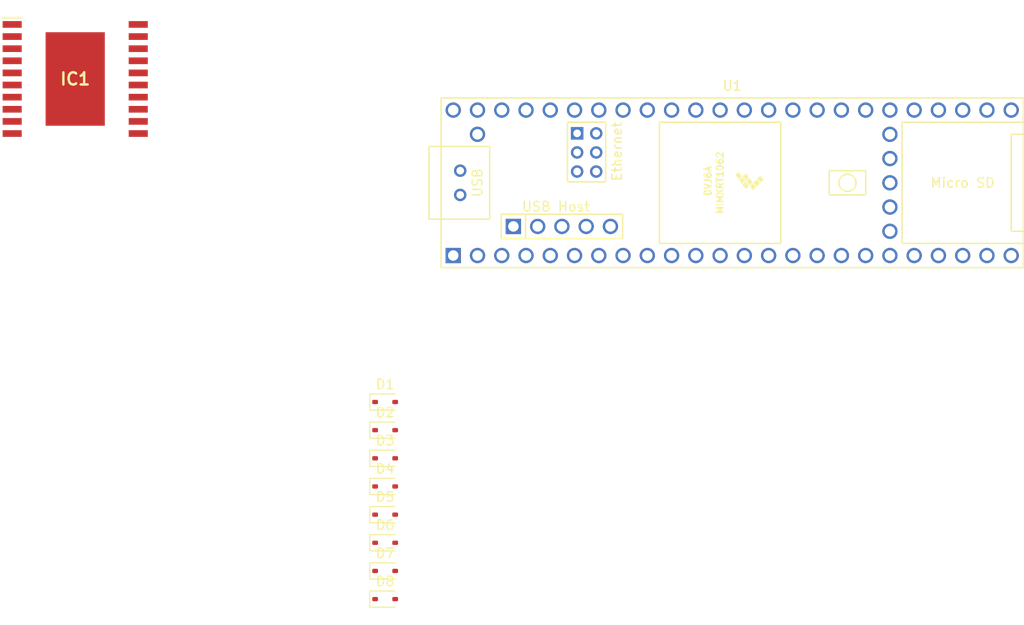
<source format=kicad_pcb>
(kicad_pcb (version 20221018) (generator pcbnew)
  (layers (0 "F.Cu" signal) (31 "B.Cu" signal) (34 "B.Paste" user) (35 "F.Paste" user) (36 "B.SilkS" user "B.Silkscreen") (37 "F.SilkS" user "F.Silkscreen") (38 "B.Mask" user) (39 "F.Mask" user) (44 "Edge.Cuts" user))
  (net 0 "")
  (net 1 "OUT 1")
  (net 2 "GND")
  (net 3 "OUT 2")
  (net 4 "OUT 3")
  (net 5 "OUT 4")
  (net 6 "Net-(D5-K)")
  (net 7 "Net-(D7-K)")
  (net 11 "Pin 1")
  (net 13 "Pin 2")
  (net 15 "Pin 3")
  (net 17 "Pin 4")
  (net 54 "Pin 17")
  (net 55 "Pin 18")
  (net 56 "Pin 19")
  (net 57 "Pin 20")
  (net 58 "Pin 21")
  (net 59 "Pin 22")
  (net 60 "Pin 23")
  (footprint "RW_Wasabi:L298P" (layer "F.Cu") (at 106.5 42.5)
    (fp_text reference "IC1" (at 0 0) (layer "F.SilkS") (effects (font (size 1.27 1.27) (thickness 0.254))))
    (fp_text value "L298P" hide)
    (fp_line (start -7.6 -6.415) (end -5.6 -6.415) (stroke (width 0.2)) (layer "F.SilkS"))
    (pad "1" smd rect (at -6.6 -5.715 90) (size 0.7 2) (layers "F.Cu" "F.Paste" "F.Mask") (net 2 "GND"))
    (pad "2" smd rect (at -6.6 -4.445 90) (size 0.7 2) (layers "F.Cu" "F.Paste" "F.Mask"))
    (pad "3" smd rect (at -6.6 -3.175 90) (size 0.7 2) (layers "F.Cu" "F.Paste" "F.Mask"))
    (pad "4" smd rect (at -6.6 -1.905 90) (size 0.7 2) (layers "F.Cu" "F.Paste" "F.Mask") (net 1 "OUT 1"))
    (pad "5" smd rect (at -6.6 -0.635 90) (size 0.7 2) (layers "F.Cu" "F.Paste" "F.Mask") (net 3 "OUT 2"))
    (pad "6" smd rect (at -6.6 0.635 90) (size 0.7 2) (layers "F.Cu" "F.Paste" "F.Mask"))
    (pad "7" smd rect (at -6.6 1.905 90) (size 0.7 2) (layers "F.Cu" "F.Paste" "F.Mask") (net 11 "Pin 1"))
    (pad "8" smd rect (at -6.6 3.175 90) (size 0.7 2) (layers "F.Cu" "F.Paste" "F.Mask"))
    (pad "9" smd rect (at -6.6 4.445 90) (size 0.7 2) (layers "F.Cu" "F.Paste" "F.Mask") (net 13 "Pin 2"))
    (pad "10" smd rect (at -6.6 5.715 90) (size 0.7 2) (layers "F.Cu" "F.Paste" "F.Mask") (net 2 "GND"))
    (pad "11" smd rect (at 6.6 5.715 90) (size 0.7 2) (layers "F.Cu" "F.Paste" "F.Mask") (net 2 "GND"))
    (pad "12" smd rect (at 6.6 4.445 90) (size 0.7 2) (layers "F.Cu" "F.Paste" "F.Mask"))
    (pad "13" smd rect (at 6.6 3.175 90) (size 0.7 2) (layers "F.Cu" "F.Paste" "F.Mask") (net 15 "Pin 3"))
    (pad "14" smd rect (at 6.6 1.905 90) (size 0.7 2) (layers "F.Cu" "F.Paste" "F.Mask"))
    (pad "15" smd rect (at 6.6 0.635 90) (size 0.7 2) (layers "F.Cu" "F.Paste" "F.Mask") (net 17 "Pin 4"))
    (pad "16" smd rect (at 6.6 -0.635 90) (size 0.7 2) (layers "F.Cu" "F.Paste" "F.Mask") (net 4 "OUT 3"))
    (pad "17" smd rect (at 6.6 -1.905 90) (size 0.7 2) (layers "F.Cu" "F.Paste" "F.Mask") (net 5 "OUT 4"))
    (pad "18" smd rect (at 6.6 -3.175 90) (size 0.7 2) (layers "F.Cu" "F.Paste" "F.Mask"))
    (pad "19" smd rect (at 6.6 -4.445 90) (size 0.7 2) (layers "F.Cu" "F.Paste" "F.Mask"))
    (pad "20" smd rect (at 6.6 -5.715 90) (size 0.7 2) (layers "F.Cu" "F.Paste" "F.Mask") (net 2 "GND"))
    (pad "21" smd rect (at 0 0) (size 6.2 9.8) (layers "F.Cu" "F.Paste" "F.Mask"))
  )
  (footprint "RW_Wasabi:Teensy41" (layer "F.Cu") (at 175.29 53.38)
    (fp_text reference "U1" (at 0 -10.16) (layer "F.SilkS"))
    (fp_text value "Teensy4.1")
    (fp_text user "USB Host" (at -18.4658 2.4892) (layer "F.SilkS"))
    (fp_text user "Ethernet" (at -12.065 -3.2766 90) (layer "F.SilkS"))
    (fp_text user "MIMXRT1062" (at -1.27 0 -90) (layer "F.SilkS") (effects (font (size 0.7 0.7))))
    (fp_text user "DVJ6A" (at -2.54 -0.18 -90) (layer "F.SilkS") (effects (font (size 0.7 0.7))))
    (fp_text user "Micro SD" (at 24.13 0) (layer "F.SilkS"))
    (fp_text user "USB" (at -26.67 0 270) (layer "F.SilkS"))
    (fp_line (start -31.75 -3.81) (end -30.48 -3.81) (stroke (width 0.15)) (layer "F.SilkS"))
    (fp_line (start -31.75 3.81) (end -31.75 -3.81) (stroke (width 0.15)) (layer "F.SilkS"))
    (fp_line (start -30.48 -8.89) (end 30.48 -8.89) (stroke (width 0.15)) (layer "F.SilkS"))
    (fp_line (start -30.48 3.81) (end -31.75 3.81) (stroke (width 0.15)) (layer "F.SilkS"))
    (fp_line (start -30.48 8.89) (end -30.48 -8.89) (stroke (width 0.15)) (layer "F.SilkS"))
    (fp_line (start -25.4 -3.81) (end -30.48 -3.81) (stroke (width 0.15)) (layer "F.SilkS"))
    (fp_line (start -25.4 3.81) (end -30.48 3.81) (stroke (width 0.15)) (layer "F.SilkS"))
    (fp_line (start -25.4 3.81) (end -25.4 -3.81) (stroke (width 0.15)) (layer "F.SilkS"))
    (fp_line (start -24.1808 3.2992) (end -21.6408 3.2992) (stroke (width 0.15)) (layer "F.SilkS"))
    (fp_line (start -24.1808 3.2992) (end -11.4808 3.2992) (stroke (width 0.15)) (layer "F.SilkS"))
    (fp_line (start -24.1808 5.8392) (end -24.1808 3.2992) (stroke (width 0.15)) (layer "F.SilkS"))
    (fp_line (start -21.6408 3.2992) (end -21.6408 5.8392) (stroke (width 0.15)) (layer "F.SilkS"))
    (fp_line (start -17.25 -6.3516) (end -17.25 -6.1016) (stroke (width 0.15)) (layer "F.SilkS"))
    (fp_line (start -17.25 -6.1016) (end -17.25 -0.1016) (stroke (width 0.15)) (layer "F.SilkS"))
    (fp_line (start -17.25 -0.1016) (end -13.25 -0.1016) (stroke (width 0.15)) (layer "F.SilkS"))
    (fp_line (start -13.25 -6.3516) (end -17.25 -6.3516) (stroke (width 0.15)) (layer "F.SilkS"))
    (fp_line (start -13.25 -0.1016) (end -13.25 -6.3516) (stroke (width 0.15)) (layer "F.SilkS"))
    (fp_line (start -11.4808 3.2992) (end -11.4808 5.8392) (stroke (width 0.15)) (layer "F.SilkS"))
    (fp_line (start -11.4808 5.8392) (end -24.1808 5.8392) (stroke (width 0.15)) (layer "F.SilkS"))
    (fp_line (start -7.62 -6.35) (end -7.62 6.35) (stroke (width 0.15)) (layer "F.SilkS"))
    (fp_line (start -7.62 6.35) (end 5.08 6.35) (stroke (width 0.15)) (layer "F.SilkS"))
    (fp_line (start 5.08 -6.35) (end -7.62 -6.35) (stroke (width 0.15)) (layer "F.SilkS"))
    (fp_line (start 5.08 6.35) (end 5.08 -6.35) (stroke (width 0.15)) (layer "F.SilkS"))
    (fp_line (start 10.16 -1.27) (end 13.97 -1.27) (stroke (width 0.15)) (layer "F.SilkS"))
    (fp_line (start 10.16 1.27) (end 10.16 -1.27) (stroke (width 0.15)) (layer "F.SilkS"))
    (fp_line (start 13.97 -1.27) (end 13.97 1.27) (stroke (width 0.15)) (layer "F.SilkS"))
    (fp_line (start 13.97 1.27) (end 10.16 1.27) (stroke (width 0.15)) (layer "F.SilkS"))
    (fp_line (start 17.78 -6.35) (end 17.78 6.35) (stroke (width 0.15)) (layer "F.SilkS"))
    (fp_line (start 17.78 6.35) (end 30.48 6.35) (stroke (width 0.15)) (layer "F.SilkS"))
    (fp_line (start 29.21 -5.08) (end 29.21 5.08) (stroke (width 0.15)) (layer "F.SilkS"))
    (fp_line (start 29.21 5.08) (end 30.48 5.08) (stroke (width 0.15)) (layer "F.SilkS"))
    (fp_line (start 30.48 -8.89) (end 30.48 8.89) (stroke (width 0.15)) (layer "F.SilkS"))
    (fp_line (start 30.48 -6.35) (end 17.78 -6.35) (stroke (width 0.15)) (layer "F.SilkS"))
    (fp_line (start 30.48 -5.08) (end 29.21 -5.08) (stroke (width 0.15)) (layer "F.SilkS"))
    (fp_line (start 30.48 8.89) (end -30.48 8.89) (stroke (width 0.15)) (layer "F.SilkS"))
    (fp_circle (center 12.065 0) (end 12.7 -0.635) (stroke (width 0.15)) (fill none) (layer "F.SilkS"))
    (fp_poly (pts (xy 0.911 -0.688) (xy 0.657 -0.434) (xy 0.403 -0.815) (xy 0.657 -1.069)) (stroke (width 0.1)) (fill solid) (layer "F.SilkS"))
    (fp_poly (pts (xy 1.292 -0.18) (xy 1.038 0.074) (xy 0.784 -0.307) (xy 1.038 -0.561)) (stroke (width 0.1)) (fill solid) (layer "F.SilkS"))
    (fp_poly (pts (xy 1.673 -0.561) (xy 1.419 -0.307) (xy 1.165 -0.688) (xy 1.419 -0.942)) (stroke (width 0.1)) (fill solid) (layer "F.SilkS"))
    (fp_poly (pts (xy 1.673 0.328) (xy 1.419 0.582) (xy 1.165 0.201) (xy 1.419 -0.053)) (stroke (width 0.1)) (fill solid) (layer "F.SilkS"))
    (fp_poly (pts (xy 2.054 -0.053) (xy 1.8 0.201) (xy 1.546 -0.18) (xy 1.8 -0.434)) (stroke (width 0.1)) (fill solid) (layer "F.SilkS"))
    (fp_poly (pts (xy 2.435 0.455) (xy 2.181 0.709) (xy 1.927 0.328) (xy 2.181 0.074)) (stroke (width 0.1)) (fill solid) (layer "F.SilkS"))
    (fp_poly (pts (xy 2.816 0.074) (xy 2.562 0.328) (xy 2.308 -0.053) (xy 2.562 -0.307)) (stroke (width 0.1)) (fill solid) (layer "F.SilkS"))
    (fp_poly (pts (xy 3.197 -0.307) (xy 2.943 -0.053) (xy 2.689 -0.434) (xy 2.943 -0.688)) (stroke (width 0.1)) (fill solid) (layer "F.SilkS"))
    (pad "1" thru_hole rect (at -29.21 7.62) (size 1.6 1.6) (drill 1.1) (layers "*.Cu" "*.Mask") (net 2 "GND"))
    (pad "2" thru_hole circle (at -26.67 7.62) (size 1.6 1.6) (drill 1.1) (layers "*.Cu" "*.Mask"))
    (pad "3" thru_hole circle (at -24.13 7.62) (size 1.6 1.6) (drill 1.1) (layers "*.Cu" "*.Mask") (net 11 "Pin 1"))
    (pad "4" thru_hole circle (at -21.59 7.62) (size 1.6 1.6) (drill 1.1) (layers "*.Cu" "*.Mask") (net 13 "Pin 2"))
    (pad "5" thru_hole circle (at -19.05 7.62) (size 1.6 1.6) (drill 1.1) (layers "*.Cu" "*.Mask") (net 15 "Pin 3"))
    (pad "6" thru_hole circle (at -16.51 7.62) (size 1.6 1.6) (drill 1.1) (layers "*.Cu" "*.Mask") (net 17 "Pin 4"))
    (pad "7" thru_hole circle (at -13.97 7.62) (size 1.6 1.6) (drill 1.1) (layers "*.Cu" "*.Mask"))
    (pad "8" thru_hole circle (at -11.43 7.62) (size 1.6 1.6) (drill 1.1) (layers "*.Cu" "*.Mask"))
    (pad "9" thru_hole circle (at -8.89 7.62) (size 1.6 1.6) (drill 1.1) (layers "*.Cu" "*.Mask"))
    (pad "10" thru_hole circle (at -6.35 7.62) (size 1.6 1.6) (drill 1.1) (layers "*.Cu" "*.Mask"))
    (pad "11" thru_hole circle (at -3.81 7.62) (size 1.6 1.6) (drill 1.1) (layers "*.Cu" "*.Mask"))
    (pad "12" thru_hole circle (at -1.27 7.62) (size 1.6 1.6) (drill 1.1) (layers "*.Cu" "*.Mask"))
    (pad "13" thru_hole circle (at 1.27 7.62) (size 1.6 1.6) (drill 1.1) (layers "*.Cu" "*.Mask"))
    (pad "14" thru_hole circle (at 3.81 7.62) (size 1.6 1.6) (drill 1.1) (layers "*.Cu" "*.Mask"))
    (pad "15" thru_hole circle (at 6.35 7.62) (size 1.6 1.6) (drill 1.1) (layers "*.Cu" "*.Mask"))
    (pad "16" thru_hole circle (at 8.89 7.62) (size 1.6 1.6) (drill 1.1) (layers "*.Cu" "*.Mask"))
    (pad "17" thru_hole circle (at 11.43 7.62) (size 1.6 1.6) (drill 1.1) (layers "*.Cu" "*.Mask"))
    (pad "18" thru_hole circle (at 13.97 7.62) (size 1.6 1.6) (drill 1.1) (layers "*.Cu" "*.Mask"))
    (pad "19" thru_hole circle (at 16.51 7.62) (size 1.6 1.6) (drill 1.1) (layers "*.Cu" "*.Mask"))
    (pad "20" thru_hole circle (at 19.05 7.62) (size 1.6 1.6) (drill 1.1) (layers "*.Cu" "*.Mask"))
    (pad "21" thru_hole circle (at 21.59 7.62) (size 1.6 1.6) (drill 1.1) (layers "*.Cu" "*.Mask"))
    (pad "22" thru_hole circle (at 24.13 7.62) (size 1.6 1.6) (drill 1.1) (layers "*.Cu" "*.Mask"))
    (pad "23" thru_hole circle (at 26.67 7.62) (size 1.6 1.6) (drill 1.1) (layers "*.Cu" "*.Mask"))
    (pad "24" thru_hole circle (at 29.21 7.62) (size 1.6 1.6) (drill 1.1) (layers "*.Cu" "*.Mask"))
    (pad "25" thru_hole circle (at 29.21 -7.62) (size 1.6 1.6) (drill 1.1) (layers "*.Cu" "*.Mask"))
    (pad "26" thru_hole circle (at 26.67 -7.62) (size 1.6 1.6) (drill 1.1) (layers "*.Cu" "*.Mask"))
    (pad "27" thru_hole circle (at 24.13 -7.62) (size 1.6 1.6) (drill 1.1) (layers "*.Cu" "*.Mask"))
    (pad "28" thru_hole circle (at 21.59 -7.62) (size 1.6 1.6) (drill 1.1) (layers "*.Cu" "*.Mask"))
    (pad "29" thru_hole circle (at 19.05 -7.62) (size 1.6 1.6) (drill 1.1) (layers "*.Cu" "*.Mask"))
    (pad "30" thru_hole circle (at 16.51 -7.62) (size 1.6 1.6) (drill 1.1) (layers "*.Cu" "*.Mask"))
    (pad "31" thru_hole circle (at 13.97 -7.62) (size 1.6 1.6) (drill 1.1) (layers "*.Cu" "*.Mask"))
    (pad "32" thru_hole circle (at 11.43 -7.62) (size 1.6 1.6) (drill 1.1) (layers "*.Cu" "*.Mask"))
    (pad "33" thru_hole circle (at 8.89 -7.62) (size 1.6 1.6) (drill 1.1) (layers "*.Cu" "*.Mask"))
    (pad "34" thru_hole circle (at 6.35 -7.62) (size 1.6 1.6) (drill 1.1) (layers "*.Cu" "*.Mask"))
    (pad "35" thru_hole circle (at 3.81 -7.62) (size 1.6 1.6) (drill 1.1) (layers "*.Cu" "*.Mask"))
    (pad "36" thru_hole circle (at 1.27 -7.62) (size 1.6 1.6) (drill 1.1) (layers "*.Cu" "*.Mask"))
    (pad "37" thru_hole circle (at -1.27 -7.62) (size 1.6 1.6) (drill 1.1) (layers "*.Cu" "*.Mask"))
    (pad "38" thru_hole circle (at -3.81 -7.62) (size 1.6 1.6) (drill 1.1) (layers "*.Cu" "*.Mask"))
    (pad "39" thru_hole circle (at -6.35 -7.62) (size 1.6 1.6) (drill 1.1) (layers "*.Cu" "*.Mask") (net 54 "Pin 17"))
    (pad "40" thru_hole circle (at -8.89 -7.62) (size 1.6 1.6) (drill 1.1) (layers "*.Cu" "*.Mask") (net 55 "Pin 18"))
    (pad "41" thru_hole circle (at -11.43 -7.62) (size 1.6 1.6) (drill 1.1) (layers "*.Cu" "*.Mask") (net 56 "Pin 19"))
    (pad "42" thru_hole circle (at -13.97 -7.62) (size 1.6 1.6) (drill 1.1) (layers "*.Cu" "*.Mask") (net 57 "Pin 20"))
    (pad "43" thru_hole circle (at -16.51 -7.62) (size 1.6 1.6) (drill 1.1) (layers "*.Cu" "*.Mask") (net 58 "Pin 21"))
    (pad "44" thru_hole circle (at -19.05 -7.62) (size 1.6 1.6) (drill 1.1) (layers "*.Cu" "*.Mask") (net 59 "Pin 22"))
    (pad "45" thru_hole circle (at -21.59 -7.62) (size 1.6 1.6) (drill 1.1) (layers "*.Cu" "*.Mask") (net 60 "Pin 23"))
    (pad "46" thru_hole circle (at -24.13 -7.62) (size 1.6 1.6) (drill 1.1) (layers "*.Cu" "*.Mask"))
    (pad "47" thru_hole circle (at -26.67 -7.62) (size 1.6 1.6) (drill 1.1) (layers "*.Cu" "*.Mask"))
    (pad "48" thru_hole circle (at -29.21 -7.62) (size 1.6 1.6) (drill 1.1) (layers "*.Cu" "*.Mask"))
    (pad "49" thru_hole circle (at -26.67 -5.08) (size 1.6 1.6) (drill 1.1) (layers "*.Cu" "*.Mask"))
    (pad "50" thru_hole circle (at 16.51 5.08) (size 1.6 1.6) (drill 1.1) (layers "*.Cu" "*.Mask"))
    (pad "51" thru_hole circle (at 16.51 2.54) (size 1.6 1.6) (drill 1.1) (layers "*.Cu" "*.Mask"))
    (pad "52" thru_hole circle (at 16.51 0) (size 1.6 1.6) (drill 1.1) (layers "*.Cu" "*.Mask"))
    (pad "53" thru_hole circle (at 16.51 -2.54) (size 1.6 1.6) (drill 1.1) (layers "*.Cu" "*.Mask"))
    (pad "54" thru_hole circle (at 16.51 -5.08) (size 1.6 1.6) (drill 1.1) (layers "*.Cu" "*.Mask"))
    (pad "55" thru_hole rect (at -22.9108 4.5692) (size 1.6 1.6) (drill 1.1) (layers "*.Cu" "*.Mask"))
    (pad "56" thru_hole circle (at -20.3708 4.5692) (size 1.6 1.6) (drill 1.1) (layers "*.Cu" "*.Mask"))
    (pad "57" thru_hole circle (at -17.8308 4.5692) (size 1.6 1.6) (drill 1.1) (layers "*.Cu" "*.Mask"))
    (pad "58" thru_hole circle (at -15.2908 4.5692) (size 1.6 1.6) (drill 1.1) (layers "*.Cu" "*.Mask"))
    (pad "59" thru_hole circle (at -12.7508 4.5692) (size 1.6 1.6) (drill 1.1) (layers "*.Cu" "*.Mask"))
    (pad "60" thru_hole rect (at -16.24 -5.1816) (size 1.3 1.3) (drill 0.8) (layers "*.Cu" "*.Mask"))
    (pad "61" thru_hole circle (at -16.24 -3.1816) (size 1.3 1.3) (drill 0.8) (layers "*.Cu" "*.Mask"))
    (pad "62" thru_hole circle (at -16.24 -1.1816) (size 1.3 1.3) (drill 0.8) (layers "*.Cu" "*.Mask"))
    (pad "63" thru_hole circle (at -14.24 -1.1816) (size 1.3 1.3) (drill 0.8) (layers "*.Cu" "*.Mask"))
    (pad "64" thru_hole circle (at -14.24 -3.1816) (size 1.3 1.3) (drill 0.8) (layers "*.Cu" "*.Mask"))
    (pad "65" thru_hole circle (at -14.24 -5.1816) (size 1.3 1.3) (drill 0.8) (layers "*.Cu" "*.Mask"))
    (pad "66" thru_hole circle (at -28.48 -1.27) (size 1.3 1.3) (drill 0.8) (layers "*.Cu" "*.Mask"))
    (pad "67" thru_hole circle (at -28.48 1.27) (size 1.3 1.3) (drill 0.8) (layers "*.Cu" "*.Mask"))
  )
  (footprint "Diode_SMD:D_SOD-323" (layer "F.Cu") (at 138.95 88.15)
    (fp_text reference "D5" (at 0 -1.85) (layer "F.SilkS"))
    (fp_text value "RF01VM2S")
    (fp_line (start -1.61 -0.85) (end -1.61 0.85) (stroke (width 0.12)) (layer "F.SilkS"))
    (fp_line (start -1.61 -0.85) (end 1.05 -0.85) (stroke (width 0.12)) (layer "F.SilkS"))
    (fp_line (start -1.61 0.85) (end 1.05 0.85) (stroke (width 0.12)) (layer "F.SilkS"))
    (pad "1" smd roundrect (at -1.05 0) (size 0.6 0.45) (layers "F.Cu" "F.Paste" "F.Mask") (net 6 "Net-(D5-K)"))
    (pad "2" smd roundrect (at 1.05 0) (size 0.6 0.45) (layers "F.Cu" "F.Paste" "F.Mask") (net 1 "OUT 1"))
  )
  (footprint "Diode_SMD:D_SOD-323" (layer "F.Cu") (at 138.95 79.3)
    (fp_text reference "D2" (at 0 -1.85) (layer "F.SilkS"))
    (fp_text value "RF01VM2S")
    (fp_line (start -1.61 -0.85) (end -1.61 0.85) (stroke (width 0.12)) (layer "F.SilkS"))
    (fp_line (start -1.61 -0.85) (end 1.05 -0.85) (stroke (width 0.12)) (layer "F.SilkS"))
    (fp_line (start -1.61 0.85) (end 1.05 0.85) (stroke (width 0.12)) (layer "F.SilkS"))
    (pad "1" smd roundrect (at -1.05 0) (size 0.6 0.45) (layers "F.Cu" "F.Paste" "F.Mask") (net 3 "OUT 2"))
    (pad "2" smd roundrect (at 1.05 0) (size 0.6 0.45) (layers "F.Cu" "F.Paste" "F.Mask") (net 2 "GND"))
  )
  (footprint "Diode_SMD:D_SOD-323" (layer "F.Cu") (at 138.95 76.35)
    (fp_text reference "D1" (at 0 -1.85) (layer "F.SilkS"))
    (fp_text value "RF01VM2S")
    (fp_line (start -1.61 -0.85) (end -1.61 0.85) (stroke (width 0.12)) (layer "F.SilkS"))
    (fp_line (start -1.61 -0.85) (end 1.05 -0.85) (stroke (width 0.12)) (layer "F.SilkS"))
    (fp_line (start -1.61 0.85) (end 1.05 0.85) (stroke (width 0.12)) (layer "F.SilkS"))
    (pad "1" smd roundrect (at -1.05 0) (size 0.6 0.45) (layers "F.Cu" "F.Paste" "F.Mask") (net 1 "OUT 1"))
    (pad "2" smd roundrect (at 1.05 0) (size 0.6 0.45) (layers "F.Cu" "F.Paste" "F.Mask") (net 2 "GND"))
  )
  (footprint "Diode_SMD:D_SOD-323" (layer "F.Cu") (at 138.95 94.05)
    (fp_text reference "D7" (at 0 -1.85) (layer "F.SilkS"))
    (fp_text value "RF01VM2S")
    (fp_line (start -1.61 -0.85) (end -1.61 0.85) (stroke (width 0.12)) (layer "F.SilkS"))
    (fp_line (start -1.61 -0.85) (end 1.05 -0.85) (stroke (width 0.12)) (layer "F.SilkS"))
    (fp_line (start -1.61 0.85) (end 1.05 0.85) (stroke (width 0.12)) (layer "F.SilkS"))
    (pad "1" smd roundrect (at -1.05 0) (size 0.6 0.45) (layers "F.Cu" "F.Paste" "F.Mask") (net 7 "Net-(D7-K)"))
    (pad "2" smd roundrect (at 1.05 0) (size 0.6 0.45) (layers "F.Cu" "F.Paste" "F.Mask") (net 4 "OUT 3"))
  )
  (footprint "Diode_SMD:D_SOD-323" (layer "F.Cu") (at 138.95 85.2)
    (fp_text reference "D4" (at 0 -1.85) (layer "F.SilkS"))
    (fp_text value "RF01VM2S")
    (fp_line (start -1.61 -0.85) (end -1.61 0.85) (stroke (width 0.12)) (layer "F.SilkS"))
    (fp_line (start -1.61 -0.85) (end 1.05 -0.85) (stroke (width 0.12)) (layer "F.SilkS"))
    (fp_line (start -1.61 0.85) (end 1.05 0.85) (stroke (width 0.12)) (layer "F.SilkS"))
    (pad "1" smd roundrect (at -1.05 0) (size 0.6 0.45) (layers "F.Cu" "F.Paste" "F.Mask") (net 5 "OUT 4"))
    (pad "2" smd roundrect (at 1.05 0) (size 0.6 0.45) (layers "F.Cu" "F.Paste" "F.Mask") (net 2 "GND"))
  )
  (footprint "Diode_SMD:D_SOD-323" (layer "F.Cu") (at 138.95 91.1)
    (fp_text reference "D6" (at 0 -1.85) (layer "F.SilkS"))
    (fp_text value "RF01VM2S")
    (fp_line (start -1.61 -0.85) (end -1.61 0.85) (stroke (width 0.12)) (layer "F.SilkS"))
    (fp_line (start -1.61 -0.85) (end 1.05 -0.85) (stroke (width 0.12)) (layer "F.SilkS"))
    (fp_line (start -1.61 0.85) (end 1.05 0.85) (stroke (width 0.12)) (layer "F.SilkS"))
    (pad "1" smd roundrect (at -1.05 0) (size 0.6 0.45) (layers "F.Cu" "F.Paste" "F.Mask") (net 6 "Net-(D5-K)"))
    (pad "2" smd roundrect (at 1.05 0) (size 0.6 0.45) (layers "F.Cu" "F.Paste" "F.Mask") (net 3 "OUT 2"))
  )
  (footprint "Diode_SMD:D_SOD-323" (layer "F.Cu") (at 138.95 97)
    (fp_text reference "D8" (at 0 -1.85) (layer "F.SilkS"))
    (fp_text value "RF01VM2S")
    (fp_line (start -1.61 -0.85) (end -1.61 0.85) (stroke (width 0.12)) (layer "F.SilkS"))
    (fp_line (start -1.61 -0.85) (end 1.05 -0.85) (stroke (width 0.12)) (layer "F.SilkS"))
    (fp_line (start -1.61 0.85) (end 1.05 0.85) (stroke (width 0.12)) (layer "F.SilkS"))
    (pad "1" smd roundrect (at -1.05 0) (size 0.6 0.45) (layers "F.Cu" "F.Paste" "F.Mask") (net 7 "Net-(D7-K)"))
    (pad "2" smd roundrect (at 1.05 0) (size 0.6 0.45) (layers "F.Cu" "F.Paste" "F.Mask") (net 5 "OUT 4"))
  )
  (footprint "Diode_SMD:D_SOD-323" (layer "F.Cu") (at 138.95 82.25)
    (fp_text reference "D3" (at 0 -1.85) (layer "F.SilkS"))
    (fp_text value "RF01VM2S")
    (fp_line (start -1.61 -0.85) (end -1.61 0.85) (stroke (width 0.12)) (layer "F.SilkS"))
    (fp_line (start -1.61 -0.85) (end 1.05 -0.85) (stroke (width 0.12)) (layer "F.SilkS"))
    (fp_line (start -1.61 0.85) (end 1.05 0.85) (stroke (width 0.12)) (layer "F.SilkS"))
    (pad "1" smd roundrect (at -1.05 0) (size 0.6 0.45) (layers "F.Cu" "F.Paste" "F.Mask") (net 4 "OUT 3"))
    (pad "2" smd roundrect (at 1.05 0) (size 0.6 0.45) (layers "F.Cu" "F.Paste" "F.Mask") (net 2 "GND"))
  )
)
</source>
